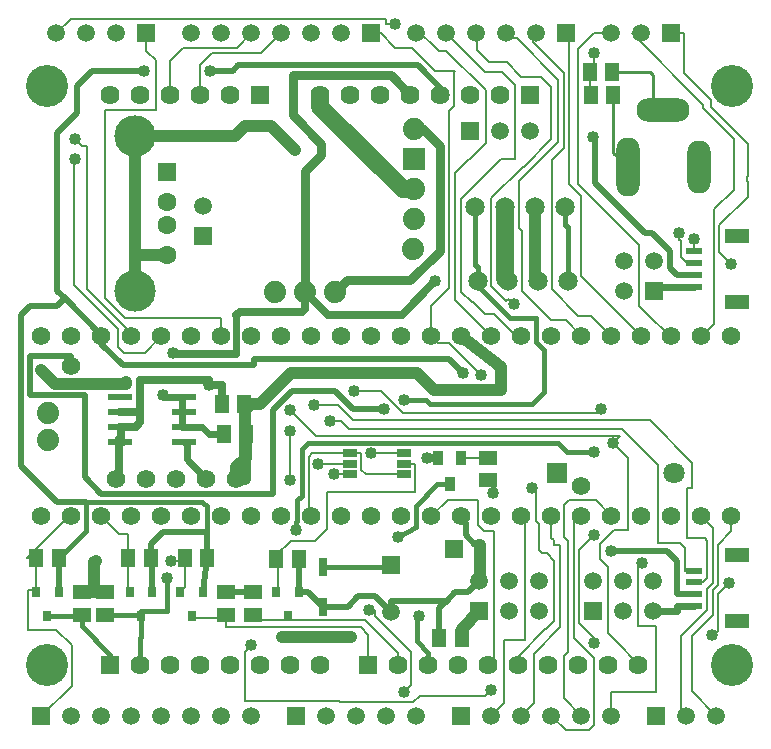
<source format=gtl>
G04 DipTrace 3.3.1.3*
G04 T4LSSArduinoShield.gtl*
%MOIN*%
G04 #@! TF.FileFunction,Copper,L1,Top*
G04 #@! TF.Part,Single*
G04 #@! TA.AperFunction,Conductor*
%ADD13C,0.02*%
%ADD14C,0.015*%
G04 #@! TA.AperFunction,ViaPad*
%ADD15C,0.04*%
G04 #@! TA.AperFunction,Conductor*
%ADD16C,0.023622*%
%ADD17C,0.025*%
%ADD18C,0.022*%
%ADD19C,0.01*%
%ADD20C,0.03*%
%ADD21C,0.008*%
%ADD23C,0.06*%
G04 #@! TA.AperFunction,ComponentPad*
%ADD27C,0.074*%
%ADD28R,0.074X0.074*%
%ADD29R,0.051181X0.059055*%
G04 #@! TA.AperFunction,ComponentPad*
%ADD30R,0.059055X0.059055*%
%ADD31C,0.059055*%
%ADD32R,0.031496X0.062992*%
G04 #@! TA.AperFunction,ComponentPad*
%ADD33R,0.062992X0.062992*%
%ADD34C,0.062992*%
%ADD35C,0.137795*%
%ADD36R,0.06378X0.06378*%
%ADD37C,0.06378*%
%ADD38O,0.07874X0.19685*%
%ADD39O,0.07874X0.177165*%
%ADD40O,0.177165X0.07874*%
%ADD41C,0.070866*%
%ADD42R,0.070866X0.070866*%
%ADD44R,0.05X0.025*%
%ADD45R,0.07874X0.047244*%
%ADD46R,0.05315X0.023622*%
G04 #@! TA.AperFunction,ComponentPad*
%ADD47C,0.065199*%
%ADD48R,0.031496X0.035433*%
%ADD49R,0.033465X0.051181*%
%ADD50R,0.059055X0.051181*%
%ADD52R,0.07874X0.023622*%
G04 #@! TA.AperFunction,ComponentPad*
%ADD53C,0.06194*%
%ADD54C,0.074*%
G04 #@! TA.AperFunction,ViaPad*
%ADD56C,0.14*%
%FSLAX26Y26*%
G04*
G70*
G90*
G75*
G01*
G04 Top*
%LPD*%
X1897700Y1661700D2*
D13*
X1850700Y1708700D1*
X1200991D1*
Y1686700D1*
X766700D1*
X693700Y1759700D1*
Y1783700D1*
X1822834Y2588976D2*
X1845424D1*
X1747700Y2686700D1*
X1148700D1*
X1130869Y2668869D1*
X1056834D1*
X857700Y1043700D2*
X862700D1*
Y933070D1*
X2391700Y1068700D2*
X2578755D1*
X2612039Y1035417D1*
Y924015D1*
X2668700D1*
X2333700Y2447700D2*
X2338700D1*
Y2294700D1*
X2504700Y2128700D1*
X2529700D1*
X2588700Y2069700D1*
Y2012700D1*
X2612385Y1989015D1*
X2668700D1*
X1893700Y1183700D2*
Y1178321D1*
X1909291Y1162730D1*
Y1120231D1*
X1939822Y1089700D1*
X1952700D1*
X1045700Y1043700D2*
Y1130700D1*
X897700D1*
X857700Y1090700D1*
Y1043700D1*
X551102D2*
Y933070D1*
X1031700D2*
X1045700Y1043700D1*
X693700Y1783700D2*
Y1787700D1*
X571260Y1910140D1*
X545700Y1935700D1*
Y2460700D1*
X611810Y2526810D1*
Y2618869D1*
X661810Y2668869D1*
X835228D1*
X551102Y1043700D2*
D14*
Y1044102D1*
X641700Y1134700D1*
Y1232700D1*
X1029700D1*
X1045700Y1216700D1*
Y1130700D1*
X641700Y1232700D2*
D13*
X546700D1*
X426700Y1352700D1*
Y1853700D1*
X456700Y1883700D1*
X544821D1*
X571260Y1910140D1*
X1351700Y933070D2*
Y1042700D1*
X1432700Y881771D2*
X1514771D1*
X1549700Y916700D1*
X1606960D1*
X1658700Y864960D1*
Y902700D1*
X1844304D1*
X1873304Y931700D1*
X1916700D1*
X1953700Y968700D1*
X1351700Y933070D2*
X1381401D1*
X1432700Y881771D1*
X1952700Y1089700D2*
D15*
X1956700D1*
Y965700D1*
X1953700Y968700D1*
X1819897Y777700D2*
D13*
Y878293D1*
X1844304Y902700D1*
X1100897Y1457700D2*
D16*
X1052885D1*
X1029885Y1480700D1*
X968700D1*
Y1580700D2*
X898700D1*
Y1587700D1*
X493700Y1671188D2*
D15*
X540188Y1624700D1*
X774700D1*
Y1632700D1*
X968700Y1480700D2*
D16*
X960700D1*
Y1530700D1*
X968700D1*
X898700Y1580700D2*
X960700D1*
Y1530700D1*
X1372700Y1931700D2*
D17*
Y1874700D1*
X1363700Y1865700D1*
X1155700D1*
X1143700Y1853700D1*
D18*
Y1725700D1*
D17*
X942772D1*
Y1728700D1*
X931700D1*
X1109700Y931102D2*
D13*
X1206700D1*
X1198700D1*
D19*
X1109700D1*
X1525700Y781700D2*
D15*
X1295700D1*
X627700Y931102D2*
X669562D1*
X706700D1*
X669562D2*
Y1030562D1*
X674700Y1035700D1*
X1806700Y1966700D2*
D17*
X1694672Y1854672D1*
X1449728D1*
X1372700Y1931700D1*
D20*
Y2335700D1*
X1426700Y2389700D1*
Y2424700D1*
X1330700Y2520700D1*
Y2629700D1*
X1333700Y2626700D1*
Y2653700D1*
X1658109D1*
X1722834Y2588976D1*
X2693700Y1183700D2*
D21*
X2731700Y1145700D1*
Y962700D1*
X2711700Y942700D1*
Y870700D1*
X2625700Y784700D1*
Y518700D1*
X2643700D1*
X2336700Y1121700D2*
X2285700Y1070700D1*
Y827700D1*
X2336700Y776700D1*
Y761700D1*
X1993700Y518700D2*
X2035228Y560228D1*
Y772002D1*
X2105700D1*
Y1183700D1*
X2093700D1*
X2793700D2*
Y1134850D1*
X2747700Y1088850D1*
Y953700D1*
X2730700Y936700D1*
Y854700D1*
X2660700Y784700D1*
Y601700D1*
X2743700Y518700D1*
X2593700Y2793700D2*
X2635700D1*
Y2661700D1*
X2726700Y2570700D1*
Y2546700D1*
X2847700Y2425700D1*
Y2317700D1*
X2845700Y2319700D1*
Y2300430D1*
X2847700D1*
Y2248822D1*
X2752672Y2153794D1*
Y2064794D1*
X2793700Y2023767D1*
X2693700Y1783700D2*
X2695703D1*
X2736672Y1824670D1*
Y2207027D1*
X2800700Y2271054D1*
Y2442700D1*
X2699700Y2543700D1*
Y2555700D1*
X2461700Y2793700D1*
X2493700D1*
X2593700Y1783700D2*
X2588700D1*
X2513700Y1858700D1*
X2512700D1*
X2485700Y1885700D1*
Y2086700D1*
X2281700Y2290700D1*
Y2740700D1*
X2335700Y2794700D1*
X2394700D1*
X2393700Y2793700D1*
X2243700D2*
Y2790700D1*
X2253700D1*
Y2291700D1*
X2292302Y2253098D1*
Y1985098D1*
X2493700Y1783700D1*
X2143700Y2793700D2*
X2132700D1*
Y2764700D1*
X2235700Y2661700D1*
Y2411700D1*
X2194302Y2370302D1*
Y1940098D1*
X2281728Y1852672D1*
X2324728D1*
X2393700Y1783700D1*
X2043700Y2793700D2*
Y2789700D1*
X2034700Y2798700D1*
X2043700D1*
X2064700Y2777700D1*
X2077700D1*
X2216700Y2638700D1*
Y2432700D1*
X2086302Y2302302D1*
Y2143983D1*
X2094302Y2135983D1*
Y1935098D1*
X2192728Y1836672D1*
X2240728D1*
X2293700Y1783700D1*
X2068700Y1890700D2*
X2050351Y1909049D1*
X2043351Y1902049D1*
X1993700Y1951700D1*
Y2243700D1*
X2099700Y2349700D1*
X2100700D1*
X2191700Y2440700D1*
Y2615700D1*
X2157700Y2649700D1*
X2092700D1*
X2045700Y2696700D1*
X1986700D1*
X1946700Y2736700D1*
Y2793700D1*
X1943700D1*
X1743700D2*
Y2809700D1*
X1817700Y2735700D1*
X1843700D1*
X1974700Y2604700D1*
Y2428700D1*
X1920700Y2374700D1*
X1917700D1*
X1872700Y2329700D1*
Y1904700D1*
X1993700Y1783700D1*
X593700Y1183700D2*
X585700D1*
X445700Y1043700D1*
X476298D1*
Y933070D2*
X471669Y937700D1*
X448700D1*
Y804700D1*
X542700D1*
X593810Y753590D1*
Y618810D1*
X493700Y518700D1*
X476298Y1043700D2*
Y933070D1*
X1947700Y1967700D2*
D14*
Y2014302D1*
X1939700Y2022302D1*
Y2214700D1*
X722834Y688976D2*
Y721566D1*
X627700Y816700D1*
Y856298D1*
X513700Y850393D2*
X621794D1*
X627700Y856298D1*
X1702700Y1571700D2*
X1774700D1*
X1787700Y1558700D1*
X2128700D1*
X2169700Y1599700D1*
Y1738700D1*
X2142700Y1765700D1*
Y1845700D1*
X2055700D1*
X1933700Y1967700D1*
X1947700D1*
X782897Y1043700D2*
D21*
Y1124700D1*
X752700D1*
X693700Y1183700D1*
X782897Y1043700D2*
Y939503D1*
X780700Y941700D1*
Y925873D1*
X787897Y933070D1*
X911700Y976700D2*
D14*
Y868700D1*
X825298D1*
Y850393D1*
X2336700Y1399700D2*
X2245700D1*
X2215700Y1429700D1*
X1381704D1*
X1361704Y1409700D1*
Y1252672D1*
X1346700Y1237669D1*
Y1166700D1*
X1343700Y1163700D1*
Y1137700D1*
X706700Y856298D2*
X824700D1*
Y780098D1*
X822834Y778231D1*
Y688976D1*
X825298Y850393D2*
Y856298D1*
X706700D1*
X2247700Y1967700D2*
Y2148098D1*
X2239700Y2156098D1*
Y2214700D1*
X1782834Y688976D2*
Y729566D1*
X1744700Y767700D1*
Y844700D1*
X1751700Y851700D1*
X1700700Y596700D2*
D21*
X1726724Y622724D1*
Y732676D1*
X1606700Y852700D1*
Y872700D1*
X1586700D1*
X1982834Y688976D2*
X2002700Y708842D1*
Y1134700D1*
X1969700D1*
X1949700Y1154700D1*
Y1238672D1*
X1848672D1*
X1793700Y1183700D1*
X2082834Y688976D2*
Y715834D1*
X2173700Y806700D1*
X2175700D1*
X2203700Y834700D1*
Y1035700D1*
X2177700Y1061700D1*
X2160700D1*
X2151700Y1070700D1*
Y1158700D1*
X2142700Y1167700D1*
Y1266700D1*
X2129700Y1279700D1*
X1957700Y1654700D2*
Y1653700D1*
X1850700Y1760700D1*
X1816700D1*
X1793700Y1783700D1*
Y1884700D1*
X1852700Y1943700D1*
Y2533700D1*
X1869700Y2550700D1*
Y2662700D1*
X1873700Y2666700D1*
X1806700D1*
X1727700Y2745700D1*
X1672700D1*
X1624700Y2793700D1*
X1593700D1*
X1022834Y2588976D2*
Y2686869D1*
X1062665Y2726700D1*
X1226700D1*
X1293700Y2793700D1*
X1456700Y1501700D2*
X1490700D1*
X1518700Y1473700D1*
X2428700D1*
X2548700Y1353700D1*
Y1094850D1*
X2621850D1*
X2637850Y1078850D1*
Y1002755D1*
X2668700D1*
X922834Y2588976D2*
Y2702869D1*
X965665Y2745700D1*
X1145700D1*
X1193700Y2793700D1*
X1402700Y1553700D2*
Y1554700D1*
X1481700D1*
X1530700Y1505700D1*
X2520672D1*
X2663700Y1362672D1*
Y1279321D1*
X2646700D1*
Y1110850D1*
X2705590D1*
X2713700Y1102739D1*
Y977700D1*
X2699385Y963385D1*
X2668700D1*
X1536700Y1600700D2*
X1624700D1*
X1698700Y1526700D1*
X2357700D1*
Y1542700D1*
X2617700Y2128700D2*
Y2105249D1*
X2625700D1*
Y2048700D1*
X2646015Y2028385D1*
X2668700D1*
X1323456Y1303747D2*
Y1468700D1*
X1323700D1*
X1190700Y754700D2*
X1172700Y731470D1*
Y566700D1*
X1489700D1*
X1488700Y565700D1*
X1662700D1*
X1663700Y564700D1*
X1733700D1*
X1754700Y585700D1*
X1971700D1*
X1991700Y605700D1*
X2482834Y688976D2*
Y692566D1*
X2410700Y764700D1*
Y765700D1*
X2381700Y794700D1*
Y1015700D1*
X2354700Y1042700D1*
Y1091700D1*
X2401700Y1138700D1*
X2448700D1*
Y1376700D1*
X2398700Y1426700D1*
X2423700Y1451700D1*
X1409700D1*
X1323700Y1537700D1*
X2668700Y2067755D2*
Y2107700D1*
X2669700Y2108700D1*
X843700Y2793700D2*
Y2736271D1*
X875700Y2704271D1*
Y2538700D1*
X705700D1*
Y1910700D1*
X770700Y1845700D1*
X1093700D1*
Y1783700D1*
X605700Y2373700D2*
X602700Y2370700D1*
Y1953700D1*
X748700Y1807700D1*
Y1749700D1*
X768700Y1729700D1*
X837700D1*
X892700Y1784700D1*
X893700Y1783700D1*
X543700Y2793700D2*
X591700Y2841700D1*
X1641738D1*
Y2824700D1*
X1672700D1*
X2335700Y2728700D2*
Y2665700D1*
X2320700D1*
Y2587700D1*
X2324897D1*
X793700Y1783700D2*
Y1795700D1*
X646700Y1942700D1*
Y2416700D1*
X628700D1*
X604700Y2440700D1*
X2093700Y518700D2*
X2135228Y560228D1*
Y725228D1*
X2223700Y813700D1*
Y1086700D1*
X2200700D1*
Y1106078D1*
X2193700Y1113078D1*
Y1183700D1*
Y518700D2*
X2240700Y471700D1*
X2319228D1*
X2335228Y487700D1*
Y712106D1*
X2267700Y779633D1*
Y1183700D1*
X2293700D1*
Y518700D2*
X2235228Y577172D1*
Y718369D1*
X2248700Y731842D1*
Y1101413D1*
X2236672Y1113440D1*
Y1220672D1*
X2252672Y1236672D1*
X2340728D1*
X2393700Y1183700D1*
X2495700Y1026700D2*
X2481700D1*
Y816700D1*
X2541700D1*
Y598149D1*
X2393700D1*
Y518700D1*
X2785590Y960665D2*
X2748700Y923775D1*
Y802700D1*
X2732700Y786700D1*
X2729700D1*
X2093700Y1783700D2*
X2076700D1*
X2003700Y1856700D1*
X1970700D1*
X1930700Y1896700D1*
X1927700D1*
X1891700Y1932700D1*
Y2242700D1*
X2024700Y2375700D1*
X2071700D1*
Y2621700D1*
X2029700Y2663700D1*
X1973700D1*
X1843700Y2793700D1*
X1468672Y1323700D2*
X1522700D1*
X1393700Y1183700D2*
X1384700D1*
Y1381700D1*
X1396700Y1393700D1*
X1522700D1*
X1559700D1*
Y1339700D1*
X1575700Y1323700D1*
X1700700D1*
X1591700Y1393700D2*
X1700700D1*
X1043700Y1308700D2*
D16*
X977700Y1374700D1*
Y1430700D1*
X968700D1*
X1175700Y1457700D2*
D15*
Y1379700D1*
X1143700Y1347700D1*
Y1308700D1*
X2533700Y868700D2*
D16*
X2612039D1*
Y884645D1*
X2668700D1*
X1143700Y1308700D2*
D15*
X1170700D1*
Y1536700D1*
X1191700Y1557700D1*
X1168700D1*
X2535700Y1935700D2*
D16*
X2549645Y1949645D1*
X2668700D1*
X805054Y2452361D2*
D15*
Y2065436D1*
Y1935039D1*
X911747Y2055905D2*
X814586D1*
X805054Y2065436D1*
Y2452361D2*
X1140361D1*
X1173700Y2485700D1*
X1257700D1*
X1337700Y2405700D1*
X1191700Y1557700D2*
X1221700D1*
X1324700Y1660700D1*
X1746700D1*
X1802700Y1604700D1*
X2026700D1*
Y1681608D1*
X1893700Y1783700D1*
X1894700Y777700D2*
Y809700D1*
X1953700Y868700D1*
X1816897Y1376700D2*
D17*
X1780165D1*
X2395503Y2665700D2*
D19*
X2521700D1*
X2533700Y2653700D1*
Y2571724D1*
X2565810Y2539613D1*
X2139700Y2214700D2*
D15*
Y1975700D1*
X2147700Y1967700D1*
X1432700Y1015629D2*
D14*
X1651889D1*
X1658700Y1022440D1*
X1854298Y1290086D2*
X1811086D1*
X1740700Y1219700D1*
Y1149700D1*
X1680700Y1113700D1*
X1891700Y1376700D2*
D21*
X1979700D1*
X1981700Y1378700D1*
X1472700Y1931700D2*
D20*
X1511700Y1970700D1*
X1723700D1*
X1820700Y2067700D1*
Y2418700D1*
X1760700Y2478700D1*
X1740700D1*
X1736700Y2474700D1*
X1109700Y856298D2*
D21*
Y814700D1*
X1283700D1*
X1284700Y813700D1*
X1557700D1*
X1582834Y788566D1*
Y688976D1*
X994298Y850393D2*
Y844700D1*
X1109700D1*
Y856298D1*
X970897Y1043700D2*
Y947070D1*
X956897Y933070D1*
X1522700Y1358700D2*
X1416700D1*
X924700Y1033700D2*
X960897D1*
X970897Y1043700D1*
X1314298Y850393D2*
Y836700D1*
X1198700D1*
Y856298D1*
Y837700D1*
X1571700D1*
X1682834Y726566D1*
Y688976D1*
X1276897Y1042700D2*
Y1053897D1*
X1325700Y1102700D1*
X1405700D1*
X1444700Y1141700D1*
Y1263459D1*
X1737700D1*
Y1358700D1*
X1700700D1*
X1276897Y933070D2*
X1282700D1*
Y1042700D1*
X1276897D1*
X1997700Y1262700D2*
D14*
Y1287897D1*
X1981700Y1303897D1*
X1736700Y2274700D2*
D23*
X1697700D1*
X1422834Y2549566D1*
Y2588976D1*
X2399700Y2587700D2*
D19*
Y2394700D1*
X2447700Y2346700D1*
X2039700Y2214700D2*
D23*
Y1975700D1*
X2047700Y1967700D1*
X1636672Y1542523D2*
D13*
X1530877D1*
X1470700Y1602700D1*
X1329700D1*
X1266700Y1539700D1*
Y1259700D1*
X693700D1*
X639700Y1313700D1*
Y1586700D1*
X454700D1*
Y1718700D1*
X593700D1*
Y1683700D1*
X743700Y1308700D2*
D17*
X752700Y1317700D1*
Y1442700D1*
X764700Y1430700D1*
X756102D1*
Y1480700D2*
X807476D1*
X823476Y1496700D1*
Y1530700D1*
Y1636700D1*
X1050672D1*
Y1622511D1*
X1093897D1*
Y1557700D1*
X823476Y1530700D2*
X756102D1*
Y1430700D2*
X757700D1*
Y1480700D1*
X756102D1*
D15*
X931700Y1728700D3*
X1525700Y781700D3*
X1295700D3*
X1206700Y931102D3*
X1806700Y1966700D3*
X1702700Y1571700D3*
X911700Y976700D3*
X1751700Y851700D3*
X2129700Y1279700D3*
X1957700Y1654700D3*
X1190700Y754700D3*
X1991700Y605700D3*
X1323700Y1537700D3*
X2669700Y2108700D3*
X2398700Y1426700D3*
X1672700Y2824700D3*
X2335700Y2728700D3*
X604700Y2440700D3*
X1337700Y2405700D3*
X1780165Y1376700D3*
X1680700Y1113700D3*
X1416700Y1358700D3*
X924700Y1033700D3*
X1997700Y1262700D3*
D56*
X2795275Y688976D3*
X511810D3*
Y2618109D3*
X2795275D3*
D15*
X835228Y2668869D3*
X1056834D3*
X1897700Y1661700D3*
X2391700Y1068700D3*
X1952700Y1089700D3*
X2333700Y2447700D3*
X774700Y1632700D3*
X493700Y1671188D3*
X674700Y1035700D3*
X898700Y1587700D3*
X2336700Y761700D3*
Y1121700D3*
X2068700Y1890700D3*
X1343700Y1137700D3*
X2336700Y1399700D3*
X1586700Y872700D3*
X1700700Y596700D3*
X1456700Y1501700D3*
X1402700Y1553700D3*
X2357700Y1542700D3*
X2617700Y2128700D3*
X1536700Y1600700D3*
X605700Y2373700D3*
X1468672Y1323700D3*
X1591700Y1393700D3*
X1636672Y1542523D3*
X1050672Y1622511D3*
X2793700Y2023767D3*
X1323700Y1468700D3*
X1323456Y1303747D3*
X2495700Y1026700D3*
X2729700Y786700D3*
X2785590Y960665D3*
D27*
X1736700Y2474700D3*
D28*
Y2374700D3*
D27*
Y2274700D3*
Y2174700D3*
X1731700Y2074700D3*
D29*
X1168700Y1557700D3*
X1093897D3*
X1819897Y777700D3*
X1894700D3*
X1175700Y1457700D3*
X1100897D3*
D30*
X1593700Y2793700D3*
D31*
X1493700D3*
X1393700D3*
X1293700D3*
X1193700D3*
X1093700D3*
X993700D3*
D30*
X843700D3*
D31*
X743700D3*
X643700D3*
X543700D3*
D30*
X493700Y518700D3*
D31*
X593700D3*
X693700D3*
X793700D3*
X893700D3*
X993700D3*
X1093700D3*
X1193700D3*
D30*
X1343700D3*
D31*
X1443700D3*
X1543700D3*
X1643700D3*
X1743700D3*
D32*
X1432700Y881771D3*
Y1015629D3*
D30*
X1922830Y2468700D3*
D31*
X2022830D3*
X2122830D3*
D33*
X911747Y2331495D3*
D34*
Y2233070D3*
Y2154330D3*
Y2055905D3*
D35*
X805054Y2452361D3*
Y1935039D3*
D36*
X1222834Y2588976D3*
D37*
X1122834D3*
X1022834D3*
X922834D3*
X822834D3*
X722834D3*
D36*
X2122834D3*
D37*
X2022834D3*
X1922834D3*
X1822834D3*
X1722834D3*
X1622834D3*
X1522834D3*
X1422834D3*
D36*
X722834Y688976D3*
D37*
X822834D3*
X922834D3*
X1022834D3*
X1122834D3*
X1222834D3*
X1322834D3*
X1422834D3*
D36*
X1582834D3*
D37*
X1682834D3*
X1782834D3*
X1882834D3*
X1982834D3*
X2082834D3*
X2182834D3*
X2282834D3*
X2382834D3*
X2482834D3*
D38*
X2447700Y2346700D3*
D39*
X2683920D3*
D40*
X2565810Y2539613D3*
D41*
X2603700Y1327700D3*
D42*
X2210787D3*
D30*
X1893700Y518700D3*
D31*
X1993700D3*
X2093700D3*
X2193700D3*
X2293700D3*
X2393700D3*
D30*
X2543700D3*
D31*
X2643700D3*
X2743700D3*
D30*
X2593700Y2793700D3*
D31*
X2493700D3*
X2393700D3*
D30*
X2243700D3*
D31*
X2143700D3*
X2043700D3*
X1943700D3*
X1843700D3*
X1743700D3*
D44*
X1522700Y1323700D3*
Y1358700D3*
Y1393700D3*
X1700700Y1323700D3*
Y1358700D3*
Y1393700D3*
D45*
X2813385Y1898464D3*
Y2118936D3*
D46*
X2668700Y1949645D3*
Y1989015D3*
Y2028385D3*
Y2067755D3*
D45*
X2813385Y833464D3*
Y1053936D3*
D46*
X2668700Y884645D3*
Y924015D3*
Y963385D3*
Y1002755D3*
D30*
X1867700Y1075700D3*
X1031700Y2118700D3*
D31*
Y2218700D3*
D30*
X2333700Y868700D3*
D31*
Y968700D3*
X2433700Y868700D3*
Y968700D3*
X2533700Y868700D3*
Y968700D3*
D30*
X1953700Y868700D3*
D31*
Y968700D3*
X2053700Y868700D3*
Y968700D3*
X2153700Y868700D3*
Y968700D3*
D30*
X2535700Y1935700D3*
D31*
X2435700D3*
X2535700Y2035700D3*
X2435700D3*
D30*
X1658700Y1022440D3*
D31*
Y864960D3*
D47*
X2239700Y2214700D3*
X2139700D3*
X2039700D3*
X1939700D3*
X2247700Y1967700D3*
X2147700D3*
X2047700D3*
X1947700D3*
D27*
X1272700Y1931700D3*
X1372700D3*
X1472700D3*
D48*
X1031700Y933070D3*
X956897D3*
X994298Y850393D3*
X551102Y933070D3*
X476298D3*
X513700Y850393D3*
X862700Y933070D3*
X787897D3*
X825298Y850393D3*
X1351700Y933070D3*
X1276897D3*
X1314298Y850393D3*
D49*
X1891700Y1376700D3*
X1816897D3*
X1854298Y1290086D3*
D29*
X2399700Y2587700D3*
X2324897D3*
X2320700Y2665700D3*
X2395503D3*
X1351700Y1042700D3*
X1276897D3*
X970897Y1043700D3*
X1045700D3*
D50*
X1109700Y856298D3*
Y931102D3*
X1198700Y856298D3*
Y931102D3*
X1981700Y1378700D3*
Y1303897D3*
D29*
X857700Y1043700D3*
X782897D3*
X476298D3*
X551102D3*
D50*
X627700Y856298D3*
Y931102D3*
X706700Y856298D3*
Y931102D3*
D52*
X968700Y1430700D3*
Y1480700D3*
Y1530700D3*
Y1580700D3*
X756102D3*
Y1530700D3*
Y1480700D3*
Y1430700D3*
D53*
X493700Y1183700D3*
X593700D3*
X693700D3*
X793700D3*
X893700D3*
X993700D3*
X1093700D3*
X1193700D3*
X1293700D3*
X1393700D3*
X1493700D3*
X1593700D3*
X1693700D3*
X1793700D3*
X2293700Y1283700D3*
X593700Y1683700D3*
D54*
X515700Y1528700D3*
Y1438700D3*
D53*
X2093700Y1783700D3*
X1793700D3*
X1693700D3*
X1593700D3*
X1493700D3*
X1393700D3*
X1293700D3*
X1193700D3*
X1093700D3*
X993700D3*
X893700D3*
X793700D3*
X693700D3*
X593700D3*
X493700D3*
X743700Y1308700D3*
X843700D3*
X943700D3*
X2393700Y1183700D3*
X2493700D3*
X2293700D3*
X2193700D3*
X2093700D3*
X1993700D3*
X2593700D3*
X2693700D3*
X2793700D3*
Y1783700D3*
X1893700Y1183700D3*
X2693700Y1783700D3*
X1893700D3*
X2593700D3*
X2393700D3*
X2293700D3*
X2193700D3*
X2493700D3*
X1993700D3*
X1043700Y1308700D3*
X1143700D3*
M02*

</source>
